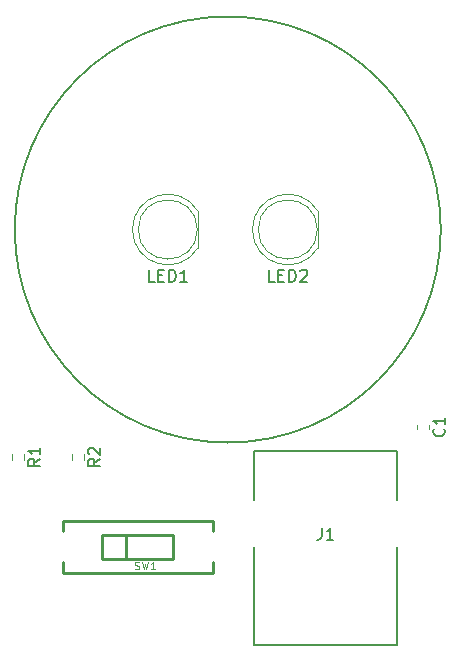
<source format=gbr>
%TF.GenerationSoftware,KiCad,Pcbnew,6.0.9-8da3e8f707~117~ubuntu20.04.1*%
%TF.CreationDate,2023-02-01T20:13:31-08:00*%
%TF.ProjectId,PiE_team_flag,5069455f-7465-4616-9d5f-666c61672e6b,rev?*%
%TF.SameCoordinates,Original*%
%TF.FileFunction,Legend,Top*%
%TF.FilePolarity,Positive*%
%FSLAX46Y46*%
G04 Gerber Fmt 4.6, Leading zero omitted, Abs format (unit mm)*
G04 Created by KiCad (PCBNEW 6.0.9-8da3e8f707~117~ubuntu20.04.1) date 2023-02-01 20:13:31*
%MOMM*%
%LPD*%
G01*
G04 APERTURE LIST*
%ADD10C,0.150000*%
%ADD11C,0.076200*%
%ADD12C,0.254000*%
%ADD13C,0.127000*%
%ADD14C,0.120000*%
G04 APERTURE END LIST*
D10*
X180594000Y-100126800D02*
G75*
G03*
X180594000Y-100126800I-18034000J0D01*
G01*
D11*
%TO.C,SW1*%
X154702933Y-128857223D02*
X154793647Y-128887461D01*
X154944838Y-128887461D01*
X155005314Y-128857223D01*
X155035552Y-128826985D01*
X155065790Y-128766509D01*
X155065790Y-128706033D01*
X155035552Y-128645557D01*
X155005314Y-128615319D01*
X154944838Y-128585080D01*
X154823885Y-128554842D01*
X154763409Y-128524604D01*
X154733171Y-128494366D01*
X154702933Y-128433890D01*
X154702933Y-128373414D01*
X154733171Y-128312938D01*
X154763409Y-128282700D01*
X154823885Y-128252461D01*
X154975076Y-128252461D01*
X155065790Y-128282700D01*
X155277457Y-128252461D02*
X155428647Y-128887461D01*
X155549600Y-128433890D01*
X155670552Y-128887461D01*
X155821742Y-128252461D01*
X156396266Y-128887461D02*
X156033409Y-128887461D01*
X156214838Y-128887461D02*
X156214838Y-128252461D01*
X156154361Y-128343176D01*
X156093885Y-128403652D01*
X156033409Y-128433890D01*
D10*
%TO.C,J1*%
X170506938Y-125385369D02*
X170506938Y-126099931D01*
X170459300Y-126242843D01*
X170364025Y-126338118D01*
X170221113Y-126385755D01*
X170125838Y-126385755D01*
X171507324Y-126385755D02*
X170935674Y-126385755D01*
X171221499Y-126385755D02*
X171221499Y-125385369D01*
X171126224Y-125528281D01*
X171030949Y-125623556D01*
X170935674Y-125671194D01*
%TO.C,C1*%
X180857142Y-117006666D02*
X180904761Y-117054285D01*
X180952380Y-117197142D01*
X180952380Y-117292380D01*
X180904761Y-117435238D01*
X180809523Y-117530476D01*
X180714285Y-117578095D01*
X180523809Y-117625714D01*
X180380952Y-117625714D01*
X180190476Y-117578095D01*
X180095238Y-117530476D01*
X180000000Y-117435238D01*
X179952380Y-117292380D01*
X179952380Y-117197142D01*
X180000000Y-117054285D01*
X180047619Y-117006666D01*
X180952380Y-116054285D02*
X180952380Y-116625714D01*
X180952380Y-116340000D02*
X179952380Y-116340000D01*
X180095238Y-116435238D01*
X180190476Y-116530476D01*
X180238095Y-116625714D01*
%TO.C,LED2*%
X166520952Y-104539180D02*
X166044761Y-104539180D01*
X166044761Y-103539180D01*
X166854285Y-104015371D02*
X167187619Y-104015371D01*
X167330476Y-104539180D02*
X166854285Y-104539180D01*
X166854285Y-103539180D01*
X167330476Y-103539180D01*
X167759047Y-104539180D02*
X167759047Y-103539180D01*
X167997142Y-103539180D01*
X168140000Y-103586800D01*
X168235238Y-103682038D01*
X168282857Y-103777276D01*
X168330476Y-103967752D01*
X168330476Y-104110609D01*
X168282857Y-104301085D01*
X168235238Y-104396323D01*
X168140000Y-104491561D01*
X167997142Y-104539180D01*
X167759047Y-104539180D01*
X168711428Y-103634419D02*
X168759047Y-103586800D01*
X168854285Y-103539180D01*
X169092380Y-103539180D01*
X169187619Y-103586800D01*
X169235238Y-103634419D01*
X169282857Y-103729657D01*
X169282857Y-103824895D01*
X169235238Y-103967752D01*
X168663809Y-104539180D01*
X169282857Y-104539180D01*
%TO.C,R1*%
X146662380Y-119546666D02*
X146186190Y-119880000D01*
X146662380Y-120118095D02*
X145662380Y-120118095D01*
X145662380Y-119737142D01*
X145710000Y-119641904D01*
X145757619Y-119594285D01*
X145852857Y-119546666D01*
X145995714Y-119546666D01*
X146090952Y-119594285D01*
X146138571Y-119641904D01*
X146186190Y-119737142D01*
X146186190Y-120118095D01*
X146662380Y-118594285D02*
X146662380Y-119165714D01*
X146662380Y-118880000D02*
X145662380Y-118880000D01*
X145805238Y-118975238D01*
X145900476Y-119070476D01*
X145948095Y-119165714D01*
%TO.C,LED1*%
X156360952Y-104539180D02*
X155884761Y-104539180D01*
X155884761Y-103539180D01*
X156694285Y-104015371D02*
X157027619Y-104015371D01*
X157170476Y-104539180D02*
X156694285Y-104539180D01*
X156694285Y-103539180D01*
X157170476Y-103539180D01*
X157599047Y-104539180D02*
X157599047Y-103539180D01*
X157837142Y-103539180D01*
X157980000Y-103586800D01*
X158075238Y-103682038D01*
X158122857Y-103777276D01*
X158170476Y-103967752D01*
X158170476Y-104110609D01*
X158122857Y-104301085D01*
X158075238Y-104396323D01*
X157980000Y-104491561D01*
X157837142Y-104539180D01*
X157599047Y-104539180D01*
X159122857Y-104539180D02*
X158551428Y-104539180D01*
X158837142Y-104539180D02*
X158837142Y-103539180D01*
X158741904Y-103682038D01*
X158646666Y-103777276D01*
X158551428Y-103824895D01*
%TO.C,R2*%
X151742380Y-119546666D02*
X151266190Y-119880000D01*
X151742380Y-120118095D02*
X150742380Y-120118095D01*
X150742380Y-119737142D01*
X150790000Y-119641904D01*
X150837619Y-119594285D01*
X150932857Y-119546666D01*
X151075714Y-119546666D01*
X151170952Y-119594285D01*
X151218571Y-119641904D01*
X151266190Y-119737142D01*
X151266190Y-120118095D01*
X150837619Y-119165714D02*
X150790000Y-119118095D01*
X150742380Y-119022857D01*
X150742380Y-118784761D01*
X150790000Y-118689523D01*
X150837619Y-118641904D01*
X150932857Y-118594285D01*
X151028095Y-118594285D01*
X151170952Y-118641904D01*
X151742380Y-119213333D01*
X151742380Y-118594285D01*
D12*
%TO.C,SW1*%
X151940000Y-128000000D02*
X151940000Y-126000000D01*
X157940000Y-128000000D02*
X151940000Y-128000000D01*
X153940000Y-126000000D02*
X153940000Y-128000000D01*
X148590000Y-124800000D02*
X148590000Y-125693000D01*
X151940000Y-126000000D02*
X153940000Y-126000000D01*
X161290000Y-128307000D02*
X161290000Y-129200000D01*
X157940000Y-126000000D02*
X157940000Y-128000000D01*
X151940000Y-126000000D02*
X157940000Y-126000000D01*
X148590000Y-129200000D02*
X161290000Y-129200000D01*
X148590000Y-124800000D02*
X161290000Y-124800000D01*
X153940000Y-128000000D02*
X151940000Y-128000000D01*
X151940000Y-128000000D02*
X151940000Y-126000000D01*
X161290000Y-124800000D02*
X161290000Y-125693000D01*
X148590000Y-128307000D02*
X148590000Y-129200000D01*
D13*
%TO.C,J1*%
X176890400Y-118844200D02*
X176890400Y-123044200D01*
X164790400Y-118844200D02*
X176890400Y-118844200D01*
X176890400Y-127044200D02*
X176890400Y-135344200D01*
X164790400Y-123044200D02*
X164790400Y-118844200D01*
X164790400Y-135344200D02*
X164790400Y-127044200D01*
X176890400Y-135344200D02*
X164790400Y-135344200D01*
D14*
%TO.C,C1*%
X178560000Y-116699420D02*
X178560000Y-116980580D01*
X179580000Y-116699420D02*
X179580000Y-116980580D01*
%TO.C,LED2*%
X170140000Y-100126800D02*
G75*
G03*
X170140000Y-100126800I-2500000J0D01*
G01*
X164650000Y-100126338D02*
G75*
G03*
X170200000Y-101671630I2990000J-462D01*
G01*
X170200000Y-98581970D02*
G75*
G03*
X164650000Y-100127262I-2560000J-1544830D01*
G01*
X170200000Y-101671800D02*
X170200000Y-98581800D01*
%TO.C,R1*%
X145302500Y-119142742D02*
X145302500Y-119617258D01*
X144257500Y-119142742D02*
X144257500Y-119617258D01*
%TO.C,LED1*%
X160040000Y-101671800D02*
X160040000Y-98581800D01*
X160040000Y-98581970D02*
G75*
G03*
X154490000Y-100127262I-2560000J-1544830D01*
G01*
X154490000Y-100126338D02*
G75*
G03*
X160040000Y-101671630I2990000J-462D01*
G01*
X159980000Y-100126800D02*
G75*
G03*
X159980000Y-100126800I-2500000J0D01*
G01*
%TO.C,R2*%
X149337500Y-119142742D02*
X149337500Y-119617258D01*
X150382500Y-119142742D02*
X150382500Y-119617258D01*
%TD*%
M02*

</source>
